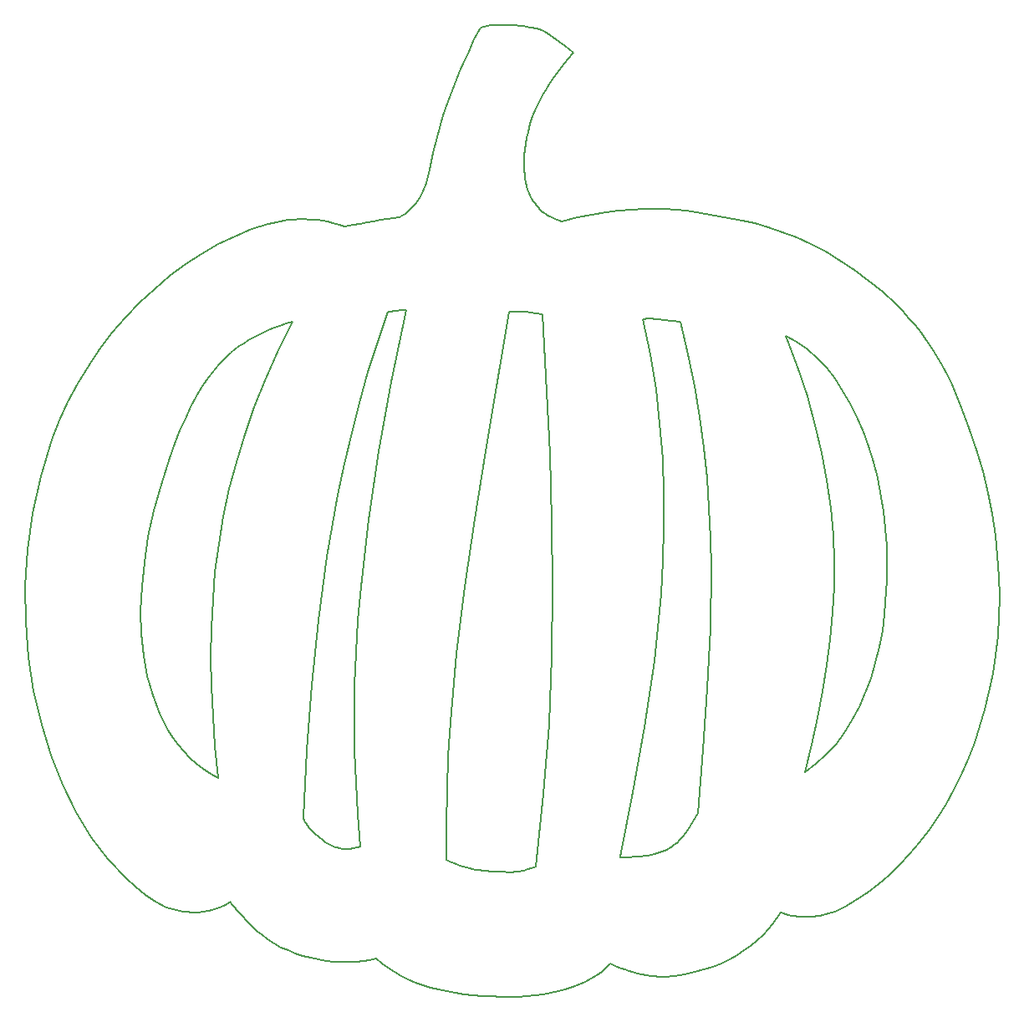
<source format=gbr>
%TF.GenerationSoftware,KiCad,Pcbnew,(6.0.7)*%
%TF.CreationDate,2022-10-09T21:38:25+01:00*%
%TF.ProjectId,Shocksoc-Pumpkin,53686f63-6b73-46f6-932d-50756d706b69,rev?*%
%TF.SameCoordinates,Original*%
%TF.FileFunction,Profile,NP*%
%FSLAX46Y46*%
G04 Gerber Fmt 4.6, Leading zero omitted, Abs format (unit mm)*
G04 Created by KiCad (PCBNEW (6.0.7)) date 2022-10-09 21:38:25*
%MOMM*%
%LPD*%
G01*
G04 APERTURE LIST*
%TA.AperFunction,Profile*%
%ADD10C,0.150000*%
%TD*%
G04 APERTURE END LIST*
D10*
X88189277Y-46285822D02*
X87886851Y-47554035D01*
X125789109Y-67477498D02*
X124735935Y-66723644D01*
X83358959Y-63667797D02*
X83281100Y-63689672D01*
X136064447Y-64298760D02*
X135427679Y-63596789D01*
X64579406Y-109966272D02*
X65309041Y-110450512D01*
X89223148Y-115660991D02*
X89248518Y-119217241D01*
X92683768Y-34827859D02*
X92683768Y-34827858D01*
X96672766Y-120360524D02*
X96826444Y-120330646D01*
X115209995Y-108049459D02*
X115650942Y-101819612D01*
X77126100Y-117480639D02*
X77297763Y-117580293D01*
X134773521Y-62921139D02*
X133419365Y-61648193D01*
X93293460Y-120310097D02*
X93692227Y-120342190D01*
X100557371Y-132518967D02*
X101284916Y-132321281D01*
X82549437Y-54369001D02*
X81883311Y-54477878D01*
X71200966Y-54746301D02*
X71200966Y-54746301D01*
X144508272Y-84166093D02*
X144082730Y-82002922D01*
X87638472Y-48821475D02*
X87564466Y-49212751D01*
X97124668Y-120252507D02*
X97443625Y-120149166D01*
X65785982Y-107710346D02*
X65568704Y-104615945D01*
X135132861Y-119709457D02*
X136152517Y-118618545D01*
X111561753Y-118131427D02*
X111781962Y-118014446D01*
X92059039Y-36066917D02*
X91394153Y-37479069D01*
X111288176Y-131020166D02*
X112349518Y-130931969D01*
X61191239Y-124110602D02*
X61546892Y-124216903D01*
X66234449Y-68952796D02*
X65872344Y-69363858D01*
X75102174Y-115615590D02*
X75158719Y-115693020D01*
X125509825Y-110298578D02*
X125509825Y-110298578D01*
X66635752Y-84406780D02*
X67225429Y-81626087D01*
X125188964Y-124959591D02*
X125425703Y-124969853D01*
X114353058Y-71158841D02*
X113708452Y-67946539D01*
X83309127Y-130147434D02*
X83956768Y-130571939D01*
X74921528Y-115340669D02*
X75003130Y-115470988D01*
X72385471Y-54479966D02*
X71995996Y-54554394D01*
X143553875Y-79816000D02*
X142918571Y-77607809D01*
X106833888Y-118884706D02*
X106833888Y-118884706D01*
X82102000Y-129168657D02*
X82102000Y-129168657D01*
X110264785Y-118603143D02*
X110552580Y-118524572D01*
X79703811Y-118036947D02*
X79909987Y-117996771D01*
X94102570Y-34608740D02*
X93748031Y-34645396D01*
X87291111Y-50274263D02*
X87185374Y-50592101D01*
X88536082Y-45028228D02*
X88189277Y-46285822D01*
X74804462Y-115125796D02*
X74855820Y-115225362D01*
X66308667Y-123986171D02*
X66614031Y-123849320D01*
X129104146Y-58445159D02*
X127623696Y-57578672D01*
X85786627Y-53042883D02*
X85531267Y-53308761D01*
X120080801Y-127869660D02*
X120709963Y-127348288D01*
X98257437Y-43116328D02*
X98597932Y-42392870D01*
X123053420Y-124488313D02*
X123185703Y-124544458D01*
X74765908Y-115042699D02*
X74804462Y-115125796D01*
X97359141Y-46051882D02*
X97491362Y-45404430D01*
X71786355Y-65267185D02*
X71222462Y-65491988D01*
X91881369Y-120110772D02*
X92213551Y-120172730D01*
X90921951Y-119866007D02*
X91238872Y-119958153D01*
X58754494Y-122711766D02*
X59777837Y-123394284D01*
X75558969Y-54319242D02*
X75241890Y-54300953D01*
X76413659Y-116966539D02*
X76413659Y-116966539D01*
X95051154Y-120407770D02*
X95051154Y-120407770D01*
X51732572Y-114362863D02*
X53268630Y-116883490D01*
X132876368Y-80528240D02*
X132462784Y-78899898D01*
X89324153Y-42590450D02*
X88917597Y-43792641D01*
X98792211Y-35092614D02*
X98676973Y-35045907D01*
X140626173Y-112075343D02*
X141374029Y-110566353D01*
X109750354Y-64354843D02*
X109136588Y-64369071D01*
X112937727Y-64675594D02*
X112937727Y-64675601D01*
X99610418Y-105434348D02*
X99900165Y-98521685D01*
X143771340Y-103945315D02*
X144206460Y-102156199D01*
X107257504Y-118929545D02*
X107430103Y-118925584D01*
X134078881Y-120722001D02*
X135132861Y-119709457D01*
X112886345Y-117171229D02*
X113188259Y-116841213D01*
X132686756Y-99247149D02*
X133079292Y-97640398D01*
X100947157Y-54481130D02*
X100947157Y-54481130D01*
X106821978Y-118914012D02*
X106834435Y-118916991D01*
X106812888Y-118893138D02*
X106808895Y-118895757D01*
X58372679Y-91535337D02*
X58277631Y-93953218D01*
X74914753Y-54289929D02*
X74578063Y-54286930D01*
X95051154Y-120407770D02*
X95375849Y-120417642D01*
X90280251Y-119646333D02*
X90603511Y-119762314D01*
X79950053Y-101503111D02*
X80074730Y-98198890D01*
X61042839Y-106035884D02*
X61532254Y-106805297D01*
X98965302Y-41697633D02*
X99350128Y-41035779D01*
X70679422Y-65730910D02*
X70156501Y-65984207D01*
X110965009Y-92300102D02*
X110668681Y-95685547D01*
X128093077Y-96799019D02*
X127749095Y-99441503D01*
X106813190Y-118910928D02*
X106821978Y-118914012D01*
X72979638Y-64858920D02*
X72371836Y-65056247D01*
X99459496Y-35450101D02*
X99177454Y-35285366D01*
X100134489Y-39832858D02*
X100875681Y-38825390D01*
X97953233Y-43862848D02*
X98257437Y-43116328D01*
X61179970Y-60038061D02*
X59639602Y-61334445D01*
X95527484Y-34574741D02*
X95169654Y-34566962D01*
X109136588Y-64369071D02*
X109136588Y-64369071D01*
X97336944Y-63688964D02*
X97101910Y-63664435D01*
X97694736Y-44627268D02*
X97953233Y-43862848D01*
X113971918Y-115727186D02*
X114210670Y-115319958D01*
X105409461Y-130144061D02*
X105837664Y-129724214D01*
X107430103Y-118925584D02*
X107640236Y-118918492D01*
X75358766Y-115944730D02*
X75436230Y-116034804D01*
X77222051Y-54539058D02*
X76716644Y-54449879D01*
X84483064Y-54083037D02*
X84482079Y-54088246D01*
X85337228Y-131300477D02*
X86068855Y-131608228D01*
X114687285Y-114461465D02*
X114687285Y-114461465D01*
X83281100Y-63689672D02*
X82243592Y-66725337D01*
X74708817Y-114889573D02*
X74708817Y-114889573D01*
X99695265Y-53994739D02*
X99499775Y-53882076D01*
X132993713Y-121653693D02*
X134078881Y-120722001D01*
X76951753Y-117369909D02*
X77126100Y-117480639D01*
X47436459Y-102123326D02*
X48204372Y-105451841D01*
X56794039Y-121085403D02*
X57759292Y-121940995D01*
X106834435Y-118916991D02*
X106851001Y-118919814D01*
X84479517Y-54098745D02*
X83201889Y-54270385D01*
X80535082Y-117808259D02*
X80250089Y-114565814D01*
X99754497Y-35636709D02*
X99459496Y-35450101D01*
X113374407Y-130783041D02*
X114361338Y-130577252D01*
X80549289Y-91522756D02*
X81310388Y-84735945D01*
X84483971Y-54077837D02*
X84483064Y-54083037D01*
X76272302Y-129288710D02*
X77061677Y-129412521D01*
X106804861Y-118904653D02*
X106807630Y-118907791D01*
X67225429Y-81626087D02*
X67941299Y-78846714D01*
X76149250Y-116742353D02*
X76277825Y-116853344D01*
X128490872Y-88883728D02*
X128471224Y-91530140D01*
X128471224Y-91530140D02*
X128336206Y-94165234D01*
X69168081Y-66534945D02*
X68701113Y-66832895D01*
X113466180Y-116489446D02*
X113725577Y-116117559D01*
X75703670Y-116322261D02*
X75805143Y-116423521D01*
X106367333Y-129943576D02*
X106958540Y-130165893D01*
X106805933Y-118898584D02*
X106804442Y-118901567D01*
X62792587Y-74461340D02*
X62256563Y-75709406D01*
X124541474Y-124892893D02*
X124746443Y-124920245D01*
X72179252Y-67574023D02*
X73610495Y-64674947D01*
X132014643Y-60478696D02*
X130572015Y-59411426D01*
X107010841Y-118929744D02*
X107118922Y-118930793D01*
X114515227Y-53549944D02*
X113521177Y-53420972D01*
X112376525Y-117621898D02*
X112554969Y-117477861D01*
X100947157Y-54481130D02*
X100622571Y-54388212D01*
X74578063Y-54286930D02*
X74232322Y-54292715D01*
X96975432Y-120294675D02*
X97124668Y-120252507D01*
X117079361Y-129657412D02*
X117899434Y-129262874D01*
X96331604Y-120402416D02*
X96509465Y-120384413D01*
X96248112Y-34621012D02*
X95886872Y-34592860D01*
X106851001Y-118919814D02*
X106872115Y-118922427D01*
X58277631Y-93953218D02*
X58341056Y-96276094D01*
X80535082Y-117808259D02*
X80535082Y-117808259D01*
X76160941Y-54374583D02*
X75558969Y-54319242D01*
X81310388Y-84735945D02*
X82341551Y-77813956D01*
X66609332Y-68558657D02*
X66234449Y-68952796D01*
X109470613Y-130868283D02*
X109934964Y-130945116D01*
X114879673Y-74320515D02*
X114353058Y-71158841D01*
X93212547Y-77752525D02*
X92093992Y-84638259D01*
X96523861Y-133057825D02*
X97377031Y-133011255D01*
X110825491Y-118437911D02*
X111084201Y-118343364D01*
X75003130Y-115470988D02*
X75050375Y-115541549D01*
X107118922Y-118930793D02*
X107257504Y-118929545D01*
X99911370Y-84917937D02*
X99697213Y-78073929D01*
X93393581Y-34693930D02*
X93038924Y-34754648D01*
X87564466Y-49212751D02*
X87481405Y-49585020D01*
X76595428Y-117113330D02*
X76774828Y-117247630D01*
X133394104Y-95989107D02*
X133632080Y-94301792D01*
X70132420Y-126454556D02*
X70497813Y-126762117D01*
X67762669Y-55989329D02*
X66068923Y-56816812D01*
X138076311Y-116211544D02*
X138974178Y-114900421D01*
X63240422Y-108845236D02*
X63889875Y-109430669D01*
X142918571Y-77607809D02*
X142173682Y-75380833D01*
X112554969Y-117477861D02*
X112886345Y-117171229D01*
X73933614Y-128666898D02*
X74702206Y-128916462D01*
X124166142Y-124827168D02*
X124541474Y-124892893D01*
X79621041Y-75934597D02*
X78897878Y-79042493D01*
X115832866Y-83581906D02*
X115611448Y-80524033D01*
X84486489Y-54064806D02*
X84485912Y-54067422D01*
X109961423Y-118673420D02*
X110264785Y-118603143D01*
X66078806Y-110881853D02*
X66078806Y-110881853D01*
X77632617Y-117748259D02*
X77795599Y-117817514D01*
X98470896Y-34983383D02*
X97717467Y-34827793D01*
X96623131Y-63659058D02*
X95596224Y-63673356D01*
X78853703Y-54980665D02*
X78396225Y-54829168D01*
X89248518Y-119217241D02*
X89606057Y-119374538D01*
X93788196Y-133017104D02*
X94761057Y-133056520D01*
X132462784Y-78899898D02*
X131981245Y-77320686D01*
X97345881Y-34762586D02*
X96977322Y-34706182D01*
X99017451Y-132825558D02*
X99800920Y-132687186D01*
X84479517Y-54098745D02*
X84479517Y-54098745D01*
X48204372Y-105451841D02*
X49185994Y-108619577D01*
X126641839Y-109475877D02*
X127688136Y-108531999D01*
X110024474Y-64361644D02*
X109750354Y-64354843D01*
X72371836Y-65056247D02*
X71786355Y-65267185D01*
X83448942Y-63647973D02*
X83358959Y-63667797D01*
X64074210Y-124496285D02*
X64609375Y-124444064D01*
X83281100Y-63689672D02*
X83281100Y-63689672D01*
X110434668Y-71508094D02*
X110848262Y-75035857D01*
X71995996Y-54554394D02*
X71600993Y-54642919D01*
X78704655Y-118056593D02*
X78978934Y-118080390D01*
X96134247Y-120414636D02*
X96331604Y-120402416D01*
X73610495Y-64674947D02*
X73610495Y-64674947D01*
X83956768Y-130571939D02*
X84633001Y-130955667D01*
X126747983Y-124892360D02*
X127037317Y-124845033D01*
X123346194Y-124604236D02*
X123565259Y-124675904D01*
X110396612Y-130998923D02*
X110624577Y-131015841D01*
X98914553Y-35148601D02*
X98792211Y-35092614D01*
X84487831Y-54059549D02*
X84487125Y-54062182D01*
X93692227Y-120342190D02*
X94115896Y-120368672D01*
X70497813Y-126762117D02*
X71110469Y-127232547D01*
X87073573Y-50892660D02*
X86956457Y-51176371D01*
X102086924Y-37388533D02*
X102086924Y-37388533D01*
X112494946Y-53318635D02*
X111431300Y-53248295D01*
X99108596Y-53616443D02*
X98915365Y-53461888D01*
X144082730Y-82002922D02*
X143553875Y-79816000D01*
X80275162Y-94873126D02*
X80549289Y-91522756D01*
X100358650Y-36051143D02*
X100056275Y-35839089D01*
X75220204Y-115773747D02*
X75286822Y-115857681D01*
X75158719Y-115693020D02*
X75220204Y-115773747D01*
X109641809Y-118735198D02*
X109961423Y-118673420D01*
X73145827Y-54370364D02*
X72768916Y-54418875D01*
X97491362Y-45404430D02*
X97491362Y-45404430D01*
X108120416Y-130542872D02*
X108557433Y-130662837D01*
X130742353Y-123264594D02*
X131880491Y-122502052D01*
X81476404Y-129318534D02*
X82102000Y-129168657D01*
X130137777Y-72962980D02*
X129393297Y-71665440D01*
X81883311Y-54477878D02*
X81200076Y-54598314D01*
X49258614Y-76628694D02*
X48125999Y-80313733D01*
X124735935Y-66723644D02*
X123623686Y-66104074D01*
X129582434Y-123938836D02*
X130742353Y-123264594D01*
X122282520Y-125667447D02*
X122696719Y-125081158D01*
X95169654Y-34566962D02*
X94813088Y-34569830D01*
X123623686Y-66104074D02*
X123623686Y-66104074D01*
X110552580Y-118524572D02*
X110825491Y-118437911D01*
X79237445Y-118082532D02*
X79479350Y-118066792D01*
X140342604Y-70880453D02*
X140342604Y-70880453D01*
X127637622Y-124711616D02*
X127947782Y-124623792D01*
X127270590Y-77984753D02*
X127785009Y-80776512D01*
X75241890Y-54300953D02*
X74914753Y-54289929D01*
X87638472Y-48821475D02*
X87638472Y-48821475D01*
X93038924Y-34754648D02*
X92683768Y-34827859D01*
X79768534Y-54879057D02*
X79013354Y-55041959D01*
X62563146Y-124430665D02*
X62884236Y-124470196D01*
X97254705Y-46667940D02*
X97359141Y-46051882D01*
X98208858Y-132933707D02*
X99017451Y-132825558D01*
X105837664Y-129724214D02*
X105837664Y-129724214D01*
X115650942Y-101819612D02*
X115945091Y-95707812D01*
X66614031Y-123849320D02*
X66867962Y-123719467D01*
X131981245Y-77320686D02*
X131432639Y-75799118D01*
X127749095Y-99441503D02*
X127311521Y-102102693D01*
X73515700Y-54333673D02*
X73145827Y-54370364D01*
X101498372Y-38054658D02*
X102086924Y-37388533D01*
X112349518Y-130931969D02*
X113374407Y-130783041D01*
X108951094Y-118832445D02*
X109305260Y-118788275D01*
X114687285Y-114461465D02*
X115209995Y-108049459D01*
X70902338Y-70432317D02*
X72179252Y-67574023D01*
X131033923Y-103715009D02*
X131664959Y-102292970D01*
X99697213Y-78073929D02*
X98990344Y-63919332D01*
X64537022Y-71182438D02*
X63926944Y-72199895D01*
X124788314Y-69201306D02*
X125779501Y-72207157D01*
X114361338Y-130577252D02*
X115308810Y-130318471D01*
X136152517Y-118618545D02*
X137134712Y-117451746D01*
X101981662Y-132094503D02*
X102645718Y-131839012D01*
X121287639Y-126804882D02*
X121812326Y-126243312D01*
X97362367Y-50930451D02*
X97272030Y-50561288D01*
X123623686Y-66104074D02*
X124788314Y-69201306D01*
X145067548Y-96507319D02*
X145196034Y-94538790D01*
X71600993Y-54642919D02*
X71200966Y-54746301D01*
X144569625Y-100318506D02*
X144857700Y-98434719D01*
X87481405Y-49585020D02*
X87390038Y-49938713D01*
X74738612Y-114976799D02*
X74765908Y-115042699D01*
X94115896Y-120368672D02*
X95051154Y-120407770D01*
X145196375Y-90488273D02*
X145061958Y-88411251D01*
X107963535Y-53282898D02*
X106697893Y-53394186D01*
X98915365Y-53461888D02*
X98725345Y-53291785D01*
X71766442Y-127657677D02*
X72459668Y-128038069D01*
X83659330Y-63613628D02*
X83549562Y-63629988D01*
X108578625Y-118867505D02*
X108951094Y-118832445D01*
X65550942Y-124248970D02*
X65953697Y-124122046D01*
X92683768Y-34827859D02*
X92683768Y-34827859D01*
X95596224Y-63673356D02*
X93212547Y-77752525D01*
X110325005Y-53215316D02*
X109170828Y-53225063D01*
X64402187Y-57772155D02*
X62770017Y-58848268D01*
X115945091Y-95707812D02*
X116027410Y-89649948D01*
X86834774Y-51443666D02*
X86580697Y-51930736D01*
X123233495Y-55565649D02*
X121829352Y-55086043D01*
X122696719Y-125081158D02*
X123053420Y-124488313D01*
X97866402Y-52180314D02*
X97721447Y-51900282D01*
X77061677Y-129412521D02*
X77845849Y-129495542D01*
X140342604Y-70880453D02*
X139901939Y-69962404D01*
X67545951Y-123719744D02*
X67806543Y-124051776D01*
X126143330Y-56810740D02*
X124675709Y-56140140D01*
X99088318Y-112522821D02*
X99610418Y-105434348D01*
X96611498Y-34658888D02*
X96248112Y-34621012D01*
X128913423Y-124265453D02*
X129245674Y-124111495D01*
X144857700Y-98434719D02*
X145067548Y-96507319D01*
X65953697Y-124122046D02*
X66308667Y-123986171D01*
X76774828Y-117247630D02*
X76951753Y-117369909D01*
X58944191Y-100587747D02*
X59484331Y-102551977D01*
X46599554Y-95093806D02*
X46896703Y-98661494D01*
X111288176Y-131020166D02*
X111288176Y-131020166D01*
X124962409Y-124942767D02*
X125188964Y-124959591D01*
X106804442Y-118901567D02*
X106804861Y-118904653D01*
X109136588Y-64369071D02*
X109867470Y-67952856D01*
X50011843Y-74692027D02*
X49258614Y-76628694D01*
X63347423Y-73292183D02*
X62792587Y-74461340D01*
X63926944Y-72199895D02*
X63347423Y-73292183D01*
X79903191Y-104788850D02*
X79950053Y-101503111D01*
X127311521Y-102102693D02*
X126787612Y-104792596D01*
X90173716Y-40331815D02*
X89746083Y-41433045D01*
X90255258Y-98313130D02*
X89635802Y-105186706D01*
X129245674Y-124111495D02*
X129582434Y-123938836D01*
X61532254Y-106805297D02*
X62061638Y-107531016D01*
X99177454Y-35285366D02*
X98914553Y-35148601D01*
X107704324Y-130417177D02*
X108120416Y-130542872D01*
X89257446Y-132505830D02*
X90117136Y-132656174D01*
X95912460Y-120421179D02*
X96134247Y-120414636D01*
X101284916Y-132321281D02*
X101981662Y-132094503D01*
X100056275Y-35839089D02*
X99754497Y-35636709D01*
X46559461Y-91447724D02*
X46599554Y-95093806D01*
X127623696Y-57578672D02*
X126143330Y-56810740D01*
X145061958Y-88411251D02*
X144833636Y-86303030D01*
X132215607Y-100800845D02*
X132686756Y-99247149D01*
X58625984Y-89034726D02*
X58372679Y-91535337D01*
X115968810Y-86621206D02*
X115832866Y-83581906D01*
X141374029Y-110566353D02*
X142065610Y-108996372D01*
X80496296Y-54731608D02*
X79768534Y-54879057D01*
X87611926Y-132119992D02*
X88422177Y-132327722D01*
X86956457Y-51176371D02*
X86834774Y-51443666D01*
X123565259Y-124675904D02*
X123839656Y-124752527D01*
X75483791Y-129123545D02*
X76272302Y-129288710D01*
X79013354Y-55041959D02*
X78853703Y-54980665D01*
X77795599Y-117817514D02*
X77955478Y-117877581D01*
X84484890Y-54072636D02*
X84483971Y-54077837D01*
X73878033Y-54308043D02*
X73515700Y-54333673D01*
X89423084Y-108651001D02*
X89283435Y-112140670D01*
X98569610Y-35009243D02*
X98470896Y-34983383D01*
X84688132Y-63515661D02*
X84160099Y-63560175D01*
X66068923Y-56816812D02*
X64402187Y-57772155D01*
X50882756Y-72798144D02*
X50011843Y-74692027D01*
X51863798Y-70954134D02*
X50882756Y-72798144D01*
X108143107Y-112334745D02*
X106833888Y-118884706D01*
X125509825Y-110298578D02*
X125509825Y-110298578D01*
X85070440Y-53703992D02*
X84876939Y-53840254D01*
X141316071Y-73137553D02*
X140342604Y-70880453D01*
X97272030Y-50561288D02*
X97198420Y-50167861D01*
X91238872Y-119958153D02*
X91557577Y-120039494D01*
X106808895Y-118895757D02*
X106805933Y-118898584D01*
X67817991Y-67475233D02*
X67400369Y-67820131D01*
X46790871Y-87750710D02*
X46559461Y-91447724D01*
X126192976Y-124952584D02*
X126466401Y-124927921D01*
X87390038Y-49938713D02*
X87291111Y-50274263D01*
X65567602Y-92840991D02*
X65812466Y-90005811D01*
X133496117Y-83898251D02*
X132876368Y-80528240D01*
X129527134Y-106314768D02*
X130321611Y-105058447D01*
X59639602Y-61334445D02*
X58156469Y-62730330D01*
X75436230Y-116034804D02*
X75519406Y-116127811D01*
X128585303Y-70459606D02*
X127714681Y-69353994D01*
X89283435Y-112140670D02*
X89223148Y-115660991D01*
X58341056Y-96276094D02*
X58563171Y-98491695D01*
X112937727Y-64675594D02*
X112937727Y-64675594D01*
X144833636Y-86303030D02*
X144508272Y-84166093D01*
X53268630Y-116883490D02*
X54960602Y-119133491D01*
X80097041Y-117950039D02*
X80264134Y-117900526D01*
X119401657Y-128365128D02*
X120080801Y-127869660D01*
X95596224Y-63673356D02*
X95596224Y-63673356D01*
X106697893Y-53394186D02*
X105368667Y-53564289D01*
X109170828Y-53225063D02*
X107963535Y-53282898D01*
X123185703Y-124544458D02*
X123346194Y-124604236D01*
X99350128Y-41035779D02*
X99742996Y-40412467D01*
X86827286Y-131880780D02*
X87611926Y-132119992D01*
X123053420Y-124488313D02*
X123053420Y-124488313D01*
X129393297Y-71665440D02*
X128585303Y-70459606D01*
X89606057Y-119374538D02*
X89948867Y-119517322D01*
X126782321Y-68357120D02*
X125789109Y-67477498D01*
X84593677Y-54007349D02*
X84488619Y-54056905D01*
X76277825Y-116853344D02*
X76413659Y-116966539D01*
X65383296Y-98624779D02*
X65426421Y-95711173D01*
X65812466Y-90005811D02*
X66166640Y-87197214D01*
X119185927Y-54406591D02*
X119185927Y-54406591D01*
X94761057Y-133056520D02*
X95651239Y-133073039D01*
X142697779Y-107367884D02*
X143267401Y-105683371D01*
X57759292Y-121940995D02*
X58754494Y-122711766D01*
X108187170Y-118893251D02*
X108578625Y-118867505D01*
X49185994Y-108619577D02*
X50366877Y-111599071D01*
X56738128Y-64218626D02*
X55392133Y-65792245D01*
X75571112Y-101456683D02*
X75067681Y-108109030D01*
X106929744Y-118926817D02*
X107010841Y-118929744D01*
X75519406Y-116127811D02*
X75608488Y-116223660D01*
X113188259Y-116841213D02*
X113466180Y-116489446D01*
X87185374Y-50592101D02*
X87073573Y-50892660D01*
X75067681Y-108109030D02*
X74708817Y-114889573D01*
X125425703Y-124969853D02*
X125672222Y-124972683D01*
X111168219Y-88893620D02*
X110965009Y-92300102D01*
X59037330Y-86463656D02*
X58625984Y-89034726D01*
X133079292Y-97640398D02*
X133394104Y-95989107D01*
X128586088Y-124401577D02*
X128913423Y-124265453D01*
X65183531Y-70237772D02*
X64537022Y-71182438D01*
X104422836Y-130904030D02*
X104937221Y-130537459D01*
X106958540Y-130165893D02*
X107315063Y-130290076D01*
X139825178Y-113520860D02*
X140626173Y-112075343D01*
X106807630Y-118907791D02*
X106813190Y-118910928D01*
X72459668Y-128038069D02*
X73184080Y-128374288D01*
X69462479Y-125845868D02*
X69787150Y-126148287D01*
X78415447Y-118007364D02*
X78704655Y-118056593D01*
X97443625Y-120149166D02*
X97822797Y-120019795D01*
X126466401Y-124927921D02*
X126747983Y-124892360D01*
X123839656Y-124752527D02*
X124166142Y-124827168D01*
X69475869Y-55296796D02*
X67762669Y-55989329D01*
X65309041Y-110450512D02*
X66078806Y-110881853D01*
X109009467Y-130772749D02*
X109470613Y-130868283D01*
X99499775Y-53882076D02*
X99303809Y-53756242D01*
X130817854Y-74343711D02*
X130137777Y-72962980D01*
X126787612Y-104792596D02*
X126184627Y-107521222D01*
X125779501Y-72207157D02*
X126604507Y-75131637D01*
X97106294Y-49305047D02*
X97090236Y-48834076D01*
X106833888Y-118884706D02*
X106822210Y-118888731D01*
X110624577Y-131015841D02*
X110849652Y-131025381D01*
X59484331Y-102551977D02*
X60183809Y-104372114D01*
X68701113Y-66832895D02*
X68251328Y-67146240D01*
X79479350Y-118066792D02*
X79703811Y-118036947D01*
X80074730Y-98198890D02*
X80275162Y-94873126D01*
X84487125Y-54062182D02*
X84486489Y-54064806D01*
X89746083Y-41433045D02*
X89324153Y-42590450D01*
X110849652Y-131025381D02*
X111071097Y-131027003D01*
X98301672Y-119863565D02*
X99088318Y-112522821D01*
X120709963Y-127348288D02*
X121287639Y-126804882D01*
X84488619Y-54056905D02*
X84488619Y-54056905D01*
X84480260Y-54096107D02*
X84479517Y-54098745D01*
X98021940Y-52440043D02*
X97866402Y-52180314D01*
X117899434Y-129262874D02*
X118674034Y-128830822D01*
X50366877Y-111599071D02*
X51732572Y-114362863D01*
X112937727Y-64675601D02*
X111276865Y-64479947D01*
X139901939Y-69962404D02*
X139431222Y-69071901D01*
X128155024Y-83516922D02*
X128387891Y-86215992D01*
X111990705Y-117890395D02*
X112188665Y-117759477D01*
X76413659Y-116966539D02*
X76595428Y-117113330D01*
X67973690Y-124255566D02*
X68164769Y-124481125D01*
X62770017Y-58848268D02*
X61179970Y-60038061D01*
X99989752Y-91708369D02*
X99911370Y-84917937D01*
X142065610Y-108996372D02*
X142697779Y-107367884D01*
X61217459Y-78450418D02*
X60333284Y-81159229D01*
X61546892Y-124216903D02*
X61894246Y-124305015D01*
X116027410Y-89649948D02*
X115968810Y-86621206D01*
X89248518Y-119217241D02*
X89248518Y-119217241D01*
X65432600Y-101590230D02*
X65383296Y-98624779D01*
X98186832Y-52680263D02*
X98021940Y-52440043D01*
X98676973Y-35045907D02*
X98569610Y-35009243D01*
X91000652Y-132780615D02*
X91907398Y-132881011D01*
X109934964Y-130945116D02*
X110396612Y-130998923D01*
X110740972Y-64420675D02*
X110339094Y-64382414D01*
X137279481Y-65782278D02*
X136682242Y-65027205D01*
X73610495Y-64674947D02*
X73610495Y-64674947D01*
X61733478Y-77038419D02*
X61217459Y-78450418D01*
X62884236Y-124470196D02*
X63498556Y-124507653D01*
X138932034Y-68208789D02*
X138405960Y-67372917D01*
X131432639Y-75799118D02*
X130817854Y-74343711D01*
X106898216Y-118924778D02*
X106929744Y-118926817D01*
X75805143Y-116423521D02*
X75913103Y-116527351D01*
X91557577Y-120039494D02*
X91881369Y-120110772D01*
X116215319Y-130010568D02*
X117079361Y-129657412D01*
X98359849Y-52901765D02*
X98186832Y-52680263D01*
X114210670Y-115319958D02*
X114687285Y-114461465D01*
X77673134Y-54636047D02*
X77222051Y-54539058D01*
X92836777Y-132959221D02*
X93788196Y-133017104D01*
X78618754Y-129538337D02*
X79374327Y-129541470D01*
X91007420Y-38343438D02*
X90597384Y-39298150D01*
X111084201Y-118343364D02*
X111329394Y-118241135D01*
X87886851Y-47554035D02*
X87638472Y-48821475D01*
X80051149Y-111317139D02*
X79936202Y-108059172D01*
X83549562Y-63629988D02*
X83448942Y-63647973D01*
X139431222Y-69071901D02*
X138932034Y-68208789D01*
X145240021Y-92531613D02*
X145196375Y-90488273D01*
X70156501Y-65984207D02*
X69652966Y-66252134D01*
X111071097Y-131027003D02*
X111288176Y-131020166D01*
X86050641Y-52726890D02*
X85786627Y-53042883D01*
X84932598Y-63492489D02*
X84688132Y-63515661D01*
X86580697Y-51930736D02*
X86317325Y-52357326D01*
X74721029Y-114928826D02*
X74738612Y-114976799D01*
X130572015Y-59411426D02*
X129104146Y-58445159D01*
X138974178Y-114900421D02*
X139825178Y-113520860D01*
X78065868Y-54734775D02*
X77673134Y-54636047D01*
X49258614Y-76628694D02*
X49258614Y-76628694D01*
X62256563Y-75709406D02*
X61733478Y-77038419D01*
X133833389Y-87362595D02*
X133496117Y-83898251D01*
X62061638Y-107531016D02*
X62631018Y-108211507D01*
X65522282Y-69792098D02*
X65183531Y-70237772D01*
X52947412Y-69167088D02*
X51863798Y-70954134D01*
X118674034Y-128830822D02*
X119401657Y-128365128D01*
X89948867Y-119517322D02*
X90280251Y-119646333D01*
X47308234Y-84030226D02*
X46790871Y-87750710D01*
X60827516Y-123985116D02*
X60827516Y-123985116D01*
X54960602Y-119133491D02*
X56794039Y-121085403D01*
X68616818Y-124987312D02*
X68876837Y-125262821D01*
X61217459Y-78450418D02*
X61217459Y-78450418D01*
X107315063Y-130290076D02*
X107704324Y-130417177D01*
X100266592Y-54261622D02*
X99889050Y-54095023D01*
X98990344Y-63919332D02*
X98990344Y-63919332D01*
X98539763Y-53105342D02*
X98359849Y-52901765D01*
X131664959Y-102292970D02*
X132215607Y-100800845D01*
X111329394Y-118241135D02*
X111561753Y-118131427D01*
X110668681Y-95685547D02*
X110289316Y-99051026D01*
X121829352Y-55086043D02*
X120475942Y-54700098D01*
X135427679Y-63596789D02*
X134773521Y-62921139D01*
X97124273Y-47809043D02*
X97176825Y-47253396D01*
X105837664Y-129724214D02*
X106367333Y-129943576D01*
X115611448Y-80524033D02*
X115296426Y-77439574D01*
X95886872Y-34592860D02*
X95527484Y-34574741D01*
X133632080Y-94301792D02*
X133881078Y-90853150D01*
X91907398Y-132881011D02*
X92836777Y-132959221D01*
X107891419Y-118907854D02*
X108187170Y-118893251D01*
X131880491Y-122502052D02*
X132993713Y-121653693D01*
X85531267Y-53308761D02*
X85290544Y-53527979D01*
X95651239Y-133073039D02*
X96523861Y-133057825D01*
X90117136Y-132656174D02*
X91000652Y-132780615D01*
X66867962Y-123719467D02*
X67214238Y-123512658D01*
X108557433Y-130662837D02*
X109009467Y-130772749D01*
X105368667Y-53564289D02*
X103970625Y-53798572D01*
X78244075Y-82171489D02*
X77129782Y-88497646D01*
X100622571Y-54388212D02*
X100266592Y-54261622D01*
X112188665Y-117759477D02*
X112376525Y-117621898D01*
X65102227Y-124358968D02*
X65550942Y-124248970D01*
X79374327Y-129541470D02*
X80106503Y-129505505D01*
X115482329Y-53700187D02*
X114515227Y-53549944D01*
X68876837Y-125262821D02*
X69158882Y-125549859D01*
X86317325Y-52357326D02*
X86050641Y-52726890D01*
X67941299Y-78846714D02*
X68788989Y-76060242D01*
X137134712Y-117451746D02*
X138076311Y-116211544D01*
X97198420Y-50167861D02*
X97142765Y-49749378D01*
X92557425Y-120226109D02*
X92916294Y-120271651D01*
X86068855Y-131608228D02*
X86827286Y-131880780D01*
X96890798Y-63656394D02*
X96623131Y-63659058D01*
X54126043Y-67444095D02*
X52947412Y-69167088D01*
X69158882Y-125549859D02*
X69462479Y-125845868D01*
X81290207Y-69777235D02*
X80417254Y-72846583D01*
X106822210Y-118888731D02*
X106812888Y-118893138D01*
X119185927Y-54406591D02*
X117356622Y-54043029D01*
X92093992Y-84638259D02*
X91091442Y-91477721D01*
X124746443Y-124920245D02*
X124962409Y-124942767D01*
X71200966Y-54746301D02*
X69475869Y-55296796D01*
X77466637Y-117669342D02*
X77632617Y-117748259D01*
X109321799Y-105726379D02*
X108143107Y-112334745D01*
X61894246Y-124305015D02*
X62233073Y-124375937D01*
X62233073Y-124375937D02*
X62563146Y-124430665D01*
X108187170Y-118893251D02*
X108187170Y-118893251D01*
X97095819Y-48335672D02*
X97124273Y-47809043D01*
X76027740Y-116633659D02*
X76149250Y-116742353D01*
X77297763Y-117580293D02*
X77466637Y-117669342D01*
X79909987Y-117996771D02*
X80097041Y-117950039D01*
X97588304Y-51599156D02*
X97468201Y-51276143D01*
X84876939Y-53840254D02*
X84593677Y-54007349D01*
X73184080Y-128374288D02*
X73933614Y-128666898D01*
X115308810Y-130318471D02*
X116215319Y-130010568D01*
X94761057Y-133056520D02*
X94761057Y-133056520D01*
X111276865Y-64479947D02*
X110740972Y-64420675D01*
X84482079Y-54088246D02*
X84480927Y-54093479D01*
X63889875Y-109430669D02*
X64579406Y-109966272D01*
X92213551Y-120172730D02*
X92557425Y-120226109D01*
X60333284Y-81159229D02*
X59606502Y-83834399D01*
X101207537Y-36684349D02*
X100655439Y-36266770D01*
X88422177Y-132327722D02*
X89257446Y-132505830D01*
X80264134Y-117900526D02*
X80535082Y-117808259D01*
X89635802Y-105186706D02*
X89423084Y-108651001D01*
X128336206Y-94165234D02*
X128093077Y-96799019D01*
X98725345Y-53291785D02*
X98539763Y-53105342D01*
X133419365Y-61648193D02*
X132014643Y-60478696D01*
X115296426Y-77439574D02*
X114879673Y-74320515D01*
X58563171Y-98491695D02*
X58944191Y-100587747D01*
X76248637Y-94922799D02*
X75571112Y-101456683D01*
X77845849Y-129495542D02*
X78618754Y-129538337D01*
X107640236Y-118918492D02*
X107891419Y-118907854D01*
X91091442Y-91477721D02*
X90255258Y-98313130D01*
X130321611Y-105058447D02*
X131033923Y-103715009D01*
X68164769Y-124481125D02*
X68379304Y-124725894D01*
X111118333Y-78537219D02*
X111254962Y-82013251D01*
X99742996Y-40412467D02*
X100134489Y-39832858D01*
X68251328Y-67146240D02*
X67817991Y-67475233D01*
X84488619Y-54056905D02*
X84487831Y-54059549D01*
X68788989Y-76060242D02*
X69774126Y-73258250D01*
X97142765Y-49749378D02*
X97106294Y-49305047D01*
X62631018Y-108211507D02*
X63240422Y-108845236D01*
X83900352Y-63584931D02*
X83659330Y-63613628D01*
X99900165Y-98521685D02*
X99989752Y-91708369D01*
X80417254Y-72846583D02*
X79621041Y-75934597D01*
X69774126Y-73258250D02*
X70902338Y-70432317D01*
X95375849Y-120417642D02*
X95661305Y-120422146D01*
X65426421Y-95711173D02*
X65567602Y-92840991D01*
X75050375Y-115541549D02*
X75102174Y-115615590D01*
X98990344Y-63919328D02*
X97676376Y-63735766D01*
X63498556Y-124507653D02*
X64074210Y-124496285D01*
X101663118Y-37043032D02*
X101207537Y-36684349D01*
X59777837Y-123394284D02*
X60827516Y-123985116D01*
X128264072Y-124520734D02*
X128586088Y-124401577D01*
X97491362Y-45404430D02*
X97694736Y-44627268D01*
X74855820Y-115225362D02*
X74921528Y-115340669D01*
X85290544Y-53527979D02*
X85070440Y-53703992D01*
X78112149Y-117928930D02*
X78415447Y-118007364D01*
X103275193Y-131555184D02*
X103868196Y-131243398D01*
X67806543Y-124051776D02*
X67973690Y-124255566D01*
X102645718Y-131839012D02*
X103275193Y-131555184D01*
X138405960Y-67372917D02*
X137854581Y-66564131D01*
X137854581Y-66564131D02*
X137279481Y-65782278D01*
X125672222Y-124972683D02*
X125928115Y-124967216D01*
X80106503Y-129505505D02*
X80809217Y-129431005D01*
X68379304Y-124725894D02*
X68616818Y-124987312D01*
X109867470Y-67952856D02*
X110434668Y-71508094D01*
X80250089Y-114565814D02*
X80051149Y-111317139D01*
X82102000Y-129168657D02*
X82690672Y-129680293D01*
X127785009Y-80776512D02*
X128155024Y-83516922D01*
X121812326Y-126243312D02*
X122282520Y-125667447D01*
X129582434Y-123938836D02*
X129582434Y-123938836D01*
X128649605Y-107475457D02*
X129527134Y-106314768D01*
X110848262Y-75035857D02*
X111118333Y-78537219D01*
X127037317Y-124845033D02*
X127333999Y-124785074D01*
X96509465Y-120384413D02*
X96672766Y-120360524D01*
X111254962Y-82013251D02*
X111268230Y-85465027D01*
X77955478Y-117877581D02*
X78112149Y-117928930D01*
X98597932Y-42392870D02*
X98965302Y-41697633D01*
X125509825Y-110298578D02*
X126641839Y-109475877D01*
X83201889Y-54270385D02*
X82549437Y-54369001D01*
X79013354Y-55041959D02*
X79013354Y-55041959D01*
X67332905Y-123429544D02*
X67332905Y-123429544D01*
X143267401Y-105683371D02*
X143771340Y-103945315D01*
X97822797Y-120019795D02*
X98301672Y-119863565D01*
X67400369Y-67820131D02*
X66997727Y-68181187D01*
X99889050Y-54095023D02*
X99695265Y-53994739D01*
X99800920Y-132687186D02*
X100557371Y-132518967D01*
X127947782Y-124623792D02*
X128264072Y-124520734D01*
X127333999Y-124785074D02*
X127637622Y-124711616D01*
X145196034Y-94538790D02*
X145240021Y-92531613D01*
X74708817Y-114889573D02*
X74721029Y-114928826D01*
X106872115Y-118922427D02*
X106898216Y-118924778D01*
X79936202Y-108059172D02*
X79903191Y-104788850D01*
X81200076Y-54598314D02*
X80496296Y-54731608D01*
X73610495Y-64674947D02*
X72979638Y-64858920D01*
X74232322Y-54292715D02*
X73878033Y-54308043D01*
X113725577Y-116117559D02*
X113971918Y-115727186D01*
X98470896Y-34983383D02*
X98470896Y-34983383D01*
X69652966Y-66252134D02*
X69168081Y-66534945D01*
X128387891Y-86215992D02*
X128490872Y-88883728D01*
X136682242Y-65027205D02*
X136064447Y-64298760D01*
X80809217Y-129431005D02*
X81476404Y-129318534D01*
X71222462Y-65491988D02*
X70679422Y-65730910D01*
X120475942Y-54700098D02*
X119185927Y-54406591D01*
X113708452Y-67946539D02*
X112937727Y-64675594D01*
X97721447Y-51900282D02*
X97588304Y-51599156D01*
X59606502Y-83834399D02*
X59037330Y-86463656D01*
X97468201Y-51276143D02*
X97362367Y-50930451D01*
X94813088Y-34569830D02*
X94457491Y-34583654D01*
X111431300Y-53248295D02*
X110325005Y-53215316D01*
X55392133Y-65792245D02*
X54126043Y-67444095D01*
X96826444Y-120330646D02*
X96975432Y-120294675D01*
X78897878Y-79042493D02*
X78244075Y-82171489D01*
X65568704Y-104615945D02*
X65432600Y-101590230D01*
X110339094Y-64382414D02*
X110024474Y-64361644D01*
X100875681Y-38825390D02*
X101498372Y-38054658D01*
X75608488Y-116223660D02*
X75703670Y-116322261D01*
X126604507Y-75131637D02*
X127270590Y-77984753D01*
X98990344Y-63919332D02*
X98990344Y-63919328D01*
X144206460Y-102156199D02*
X144569625Y-100318506D01*
X99303809Y-53756242D02*
X99108596Y-53616443D01*
X103868196Y-131243398D02*
X104422836Y-130904030D01*
X82690672Y-129680293D02*
X83309127Y-130147434D01*
X48125999Y-80313733D02*
X47308234Y-84030226D01*
X67214238Y-123512658D02*
X67332905Y-123429544D01*
X97176825Y-47253396D02*
X97254705Y-46667940D01*
X97090236Y-48834076D02*
X97095819Y-48335672D01*
X84633001Y-130955667D02*
X85337228Y-131300477D01*
X111781962Y-118014446D02*
X111990705Y-117890395D01*
X111268230Y-85465027D02*
X111168219Y-88893620D01*
X98301672Y-119863565D02*
X98301672Y-119863565D01*
X72768916Y-54418875D02*
X72385471Y-54479966D01*
X100655439Y-36266770D02*
X100358650Y-36051143D01*
X66166640Y-87197214D02*
X66635752Y-84406780D01*
X127714681Y-69353994D02*
X126782321Y-68357120D01*
X78978934Y-118080390D02*
X79237445Y-118082532D01*
X110289316Y-99051026D02*
X109321799Y-105726379D01*
X97101910Y-63664435D02*
X96890798Y-63656394D01*
X84485912Y-54067422D02*
X84484890Y-54072636D01*
X102086924Y-37388533D02*
X101663118Y-37043032D01*
X93748031Y-34645396D02*
X93393581Y-34693930D01*
X92916294Y-120271651D02*
X93293460Y-120310097D01*
X58156469Y-62730330D02*
X56738128Y-64218626D01*
X76716644Y-54449879D02*
X76160941Y-54374583D01*
X82243592Y-66725337D02*
X81290207Y-69777235D01*
X126184627Y-107521222D02*
X125509825Y-110298578D01*
X142173682Y-75380833D02*
X141316071Y-73137553D01*
X60827516Y-123985116D02*
X61191239Y-124110602D01*
X97717467Y-34827793D02*
X97345881Y-34762586D01*
X90597384Y-39298150D02*
X90173716Y-40331815D01*
X97377031Y-133011255D02*
X98208858Y-132933707D01*
X95661305Y-120422146D02*
X95912460Y-120421179D01*
X60183809Y-104372114D02*
X61042839Y-106035884D01*
X109305260Y-118788275D02*
X109641809Y-118735198D01*
X66078806Y-110881853D02*
X65785982Y-107710346D01*
X78396225Y-54829168D02*
X78065868Y-54734775D01*
X71110469Y-127232547D02*
X71766442Y-127657677D01*
X77129782Y-88497646D02*
X76248637Y-94922799D01*
X91394153Y-37479069D02*
X91007420Y-38343438D01*
X75286822Y-115857681D02*
X75358766Y-115944730D01*
X88917597Y-43792641D02*
X88536082Y-45028228D01*
X74702206Y-128916462D02*
X75483791Y-129123545D01*
X113521177Y-53420972D02*
X112494946Y-53318635D01*
X104937221Y-130537459D02*
X105409461Y-130144061D01*
X84160099Y-63560175D02*
X83900352Y-63584931D01*
X127688136Y-108531999D02*
X128649605Y-107475457D01*
X90603511Y-119762314D02*
X90921951Y-119866007D01*
X65872344Y-69363858D02*
X65522282Y-69792098D01*
X117356622Y-54043029D02*
X115482329Y-53700187D01*
X75913103Y-116527351D02*
X76027740Y-116633659D01*
X94457491Y-34583654D02*
X94102570Y-34608740D01*
X46896703Y-98661494D02*
X47436459Y-102123326D01*
X64609375Y-124444064D02*
X65102227Y-124358968D01*
X83626297Y-70732284D02*
X85148150Y-63466428D01*
X85148150Y-63466434D02*
X84932598Y-63492489D01*
X92683768Y-34827858D02*
X92059039Y-36066917D01*
X96977322Y-34706182D02*
X96611498Y-34658888D01*
X82341551Y-77813956D02*
X83626297Y-70732284D01*
X84480927Y-54093479D02*
X84480260Y-54096107D01*
X67332905Y-123429544D02*
X67545951Y-123719744D01*
X69787150Y-126148287D02*
X70132420Y-126454556D01*
X125928115Y-124967216D02*
X126192976Y-124952584D01*
X70497813Y-126762117D02*
X70497813Y-126762117D01*
X97676376Y-63735766D02*
X97336944Y-63688964D01*
X103970625Y-53798572D02*
X102498533Y-54102398D01*
X66997727Y-68181187D02*
X66609332Y-68558657D01*
X124675709Y-56140140D02*
X123233495Y-55565649D01*
X133881078Y-90853150D02*
X133833389Y-87362595D01*
X102498533Y-54102398D02*
X100947157Y-54481130D01*
M02*

</source>
